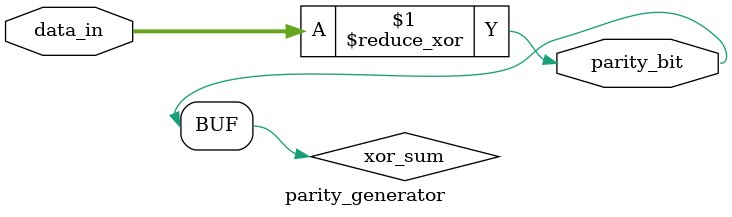
<source format=v>
module parity_generator #(
    parameter WIDTH = 7,
    parameter ODD   = 1'b0
) (
    input  wire [WIDTH-1:0] data_in,
    output wire             parity_bit
);
    wire xor_sum = ^data_in;
    assign parity_bit = ODD ? ~xor_sum : xor_sum;
endmodule

</source>
